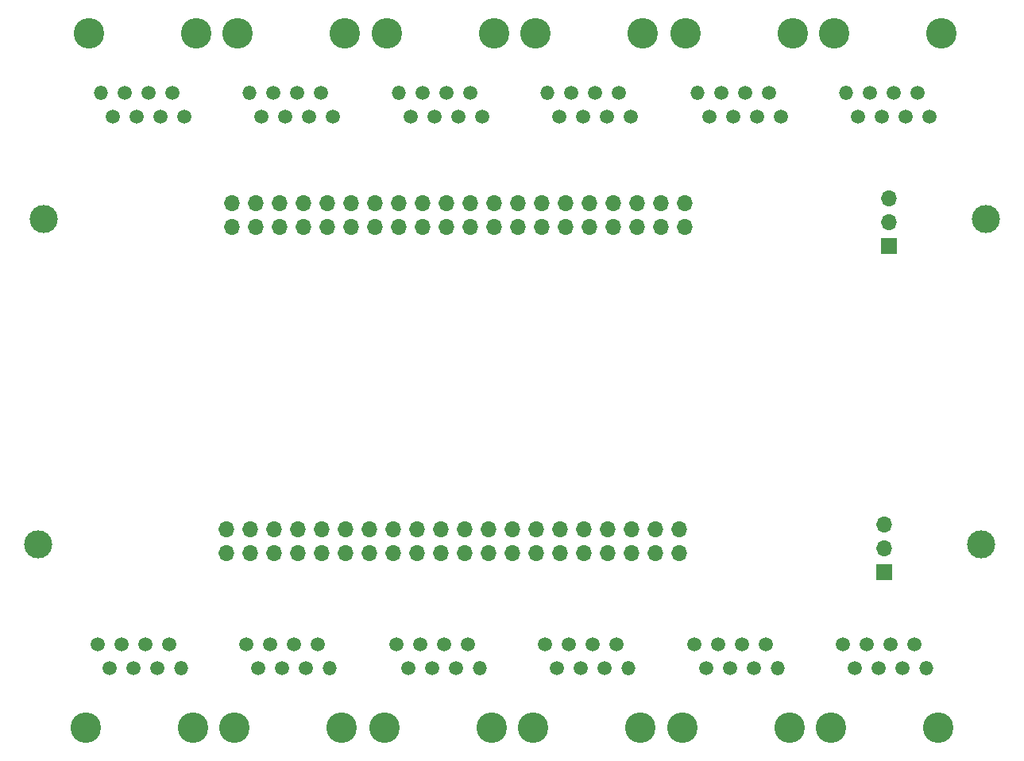
<source format=gbr>
%TF.GenerationSoftware,KiCad,Pcbnew,8.0.0*%
%TF.CreationDate,2024-05-23T14:56:37-05:00*%
%TF.ProjectId,antenna_connector,616e7465-6e6e-4615-9f63-6f6e6e656374,rev?*%
%TF.SameCoordinates,Original*%
%TF.FileFunction,Soldermask,Top*%
%TF.FilePolarity,Negative*%
%FSLAX46Y46*%
G04 Gerber Fmt 4.6, Leading zero omitted, Abs format (unit mm)*
G04 Created by KiCad (PCBNEW 8.0.0) date 2024-05-23 14:56:37*
%MOMM*%
%LPD*%
G01*
G04 APERTURE LIST*
%ADD10O,1.700000X1.700000*%
%ADD11R,1.700000X1.700000*%
%ADD12C,3.000000*%
%ADD13C,3.250000*%
%ADD14O,1.500000X1.500000*%
%ADD15C,1.500000*%
G04 APERTURE END LIST*
D10*
%TO.C,REF\u002A\u002A*%
X112640000Y-117520000D03*
X112640000Y-114980000D03*
X115180000Y-117520000D03*
X115180000Y-114980000D03*
X117720000Y-117520000D03*
X117720000Y-114980000D03*
X120260000Y-117520000D03*
X120260000Y-114980000D03*
X122800000Y-117520000D03*
X122800000Y-114980000D03*
X125340000Y-117520000D03*
X125340000Y-114980000D03*
X127880000Y-117520000D03*
X127880000Y-114980000D03*
X130420000Y-117520000D03*
X130420000Y-114980000D03*
X132960000Y-117520000D03*
X132960000Y-114980000D03*
X135500000Y-117520000D03*
X135500000Y-114980000D03*
X138040000Y-117520000D03*
X138040000Y-114980000D03*
X140580000Y-117520000D03*
X140580000Y-114980000D03*
X143120000Y-117520000D03*
X143120000Y-114980000D03*
X145660000Y-117520000D03*
X145660000Y-114980000D03*
X148200000Y-117520000D03*
X148200000Y-114980000D03*
X150740000Y-117520000D03*
X150740000Y-114980000D03*
X153280000Y-117520000D03*
X153280000Y-114980000D03*
X155820000Y-117520000D03*
X155820000Y-114980000D03*
X158360000Y-117520000D03*
X158360000Y-114980000D03*
X160900000Y-117520000D03*
X160900000Y-114980000D03*
%TD*%
%TO.C,REF\u002A\u002A*%
X113180000Y-82760000D03*
X113180000Y-80220000D03*
X115720000Y-82760000D03*
X115720000Y-80220000D03*
X118260000Y-82760000D03*
X118260000Y-80220000D03*
X120800000Y-82760000D03*
X120800000Y-80220000D03*
X123340000Y-82760000D03*
X123340000Y-80220000D03*
X125880000Y-82760000D03*
X125880000Y-80220000D03*
X128420000Y-82760000D03*
X128420000Y-80220000D03*
X130960000Y-82760000D03*
X130960000Y-80220000D03*
X133500000Y-82760000D03*
X133500000Y-80220000D03*
X136040000Y-82760000D03*
X136040000Y-80220000D03*
X138580000Y-82760000D03*
X138580000Y-80220000D03*
X141120000Y-82760000D03*
X141120000Y-80220000D03*
X143660000Y-82760000D03*
X143660000Y-80220000D03*
X146200000Y-82760000D03*
X146200000Y-80220000D03*
X148740000Y-82760000D03*
X148740000Y-80220000D03*
X151280000Y-82760000D03*
X151280000Y-80220000D03*
X153820000Y-82760000D03*
X153820000Y-80220000D03*
X156360000Y-82760000D03*
X156360000Y-80220000D03*
X158900000Y-82760000D03*
X158900000Y-80220000D03*
X161440000Y-82760000D03*
X161440000Y-80220000D03*
%TD*%
D11*
%TO.C,REF\u002A\u002A*%
X182728494Y-119510000D03*
D10*
X182728494Y-116970000D03*
X182728494Y-114430000D03*
%TD*%
D12*
%TO.C,REF\u002A\u002A*%
X193570000Y-81865000D03*
%TD*%
D11*
%TO.C,REF\u002A\u002A*%
X183268494Y-84750000D03*
D10*
X183268494Y-82210000D03*
X183268494Y-79670000D03*
%TD*%
D12*
%TO.C,REF\u002A\u002A*%
X193030000Y-116625000D03*
%TD*%
%TO.C,REF\u002A\u002A*%
X93130000Y-81840000D03*
%TD*%
%TO.C,REF\u002A\u002A*%
X92590000Y-116600000D03*
%TD*%
D13*
%TO.C,REF\u002A\u002A*%
X177390000Y-62040000D03*
X188820000Y-62040000D03*
D14*
X178660000Y-68390000D03*
D15*
X179930000Y-70930000D03*
X181200000Y-68390000D03*
X182470000Y-70930000D03*
X183740000Y-68390000D03*
X185010000Y-70930000D03*
X186280000Y-68390000D03*
X187550000Y-70930000D03*
%TD*%
D13*
%TO.C,REF\u002A\u002A*%
X188485000Y-136115000D03*
X177055000Y-136115000D03*
D14*
X187215000Y-129765000D03*
D15*
X185945000Y-127225000D03*
X184675000Y-129765000D03*
X183405000Y-127225000D03*
X182135000Y-129765000D03*
X180865000Y-127225000D03*
X179595000Y-129765000D03*
X178325000Y-127225000D03*
%TD*%
D13*
%TO.C,REF\u002A\u002A*%
X97945000Y-62065000D03*
X109375000Y-62065000D03*
D14*
X99215000Y-68415000D03*
D15*
X100485000Y-70955000D03*
X101755000Y-68415000D03*
X103025000Y-70955000D03*
X104295000Y-68415000D03*
X105565000Y-70955000D03*
X106835000Y-68415000D03*
X108105000Y-70955000D03*
%TD*%
D13*
%TO.C,REF\u002A\u002A*%
X161545000Y-62065000D03*
X172975000Y-62065000D03*
D14*
X162815000Y-68415000D03*
D15*
X164085000Y-70955000D03*
X165355000Y-68415000D03*
X166625000Y-70955000D03*
X167895000Y-68415000D03*
X169165000Y-70955000D03*
X170435000Y-68415000D03*
X171705000Y-70955000D03*
%TD*%
D13*
%TO.C,REF\u002A\u002A*%
X113790000Y-62040000D03*
X125220000Y-62040000D03*
D14*
X115060000Y-68390000D03*
D15*
X116330000Y-70930000D03*
X117600000Y-68390000D03*
X118870000Y-70930000D03*
X120140000Y-68390000D03*
X121410000Y-70930000D03*
X122680000Y-68390000D03*
X123950000Y-70930000D03*
%TD*%
D13*
%TO.C,REF\u002A\u002A*%
X172640000Y-136140000D03*
X161210000Y-136140000D03*
D14*
X171370000Y-129790000D03*
D15*
X170100000Y-127250000D03*
X168830000Y-129790000D03*
X167560000Y-127250000D03*
X166290000Y-129790000D03*
X165020000Y-127250000D03*
X163750000Y-129790000D03*
X162480000Y-127250000D03*
%TD*%
D13*
%TO.C,REF\u002A\u002A*%
X145545000Y-62040000D03*
X156975000Y-62040000D03*
D14*
X146815000Y-68390000D03*
D15*
X148085000Y-70930000D03*
X149355000Y-68390000D03*
X150625000Y-70930000D03*
X151895000Y-68390000D03*
X153165000Y-70930000D03*
X154435000Y-68390000D03*
X155705000Y-70930000D03*
%TD*%
D13*
%TO.C,REF\u002A\u002A*%
X124885000Y-136115000D03*
X113455000Y-136115000D03*
D14*
X123615000Y-129765000D03*
D15*
X122345000Y-127225000D03*
X121075000Y-129765000D03*
X119805000Y-127225000D03*
X118535000Y-129765000D03*
X117265000Y-127225000D03*
X115995000Y-129765000D03*
X114725000Y-127225000D03*
%TD*%
D13*
%TO.C,REF\u002A\u002A*%
X156730000Y-136115000D03*
X145300000Y-136115000D03*
D14*
X155460000Y-129765000D03*
D15*
X154190000Y-127225000D03*
X152920000Y-129765000D03*
X151650000Y-127225000D03*
X150380000Y-129765000D03*
X149110000Y-127225000D03*
X147840000Y-129765000D03*
X146570000Y-127225000D03*
%TD*%
D13*
%TO.C,REF\u002A\u002A*%
X109040000Y-136140000D03*
X97610000Y-136140000D03*
D14*
X107770000Y-129790000D03*
D15*
X106500000Y-127250000D03*
X105230000Y-129790000D03*
X103960000Y-127250000D03*
X102690000Y-129790000D03*
X101420000Y-127250000D03*
X100150000Y-129790000D03*
X98880000Y-127250000D03*
%TD*%
D13*
%TO.C,REF\u002A\u002A*%
X140885000Y-136140000D03*
X129455000Y-136140000D03*
D14*
X139615000Y-129790000D03*
D15*
X138345000Y-127250000D03*
X137075000Y-129790000D03*
X135805000Y-127250000D03*
X134535000Y-129790000D03*
X133265000Y-127250000D03*
X131995000Y-129790000D03*
X130725000Y-127250000D03*
%TD*%
D13*
%TO.C,REF\u002A\u002A*%
X129700000Y-62065000D03*
X141130000Y-62065000D03*
D14*
X130970000Y-68415000D03*
D15*
X132240000Y-70955000D03*
X133510000Y-68415000D03*
X134780000Y-70955000D03*
X136050000Y-68415000D03*
X137320000Y-70955000D03*
X138590000Y-68415000D03*
X139860000Y-70955000D03*
%TD*%
M02*

</source>
